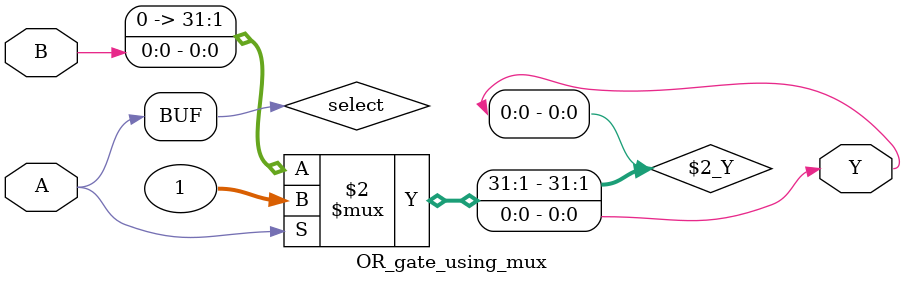
<source format=v>
`timescale 1ns / 1ps


module OR_gate_using_mux (
    input wire A,    // Input A
    input wire B,    // Input B
    output wire Y    // Output Y
);

// Internal wire for the select line of the MUX
wire select;

// Assign select line to input A
assign select = A;

// Implement the 2:1 MUX
assign Y = (select) ? 1 : B;

endmodule


</source>
